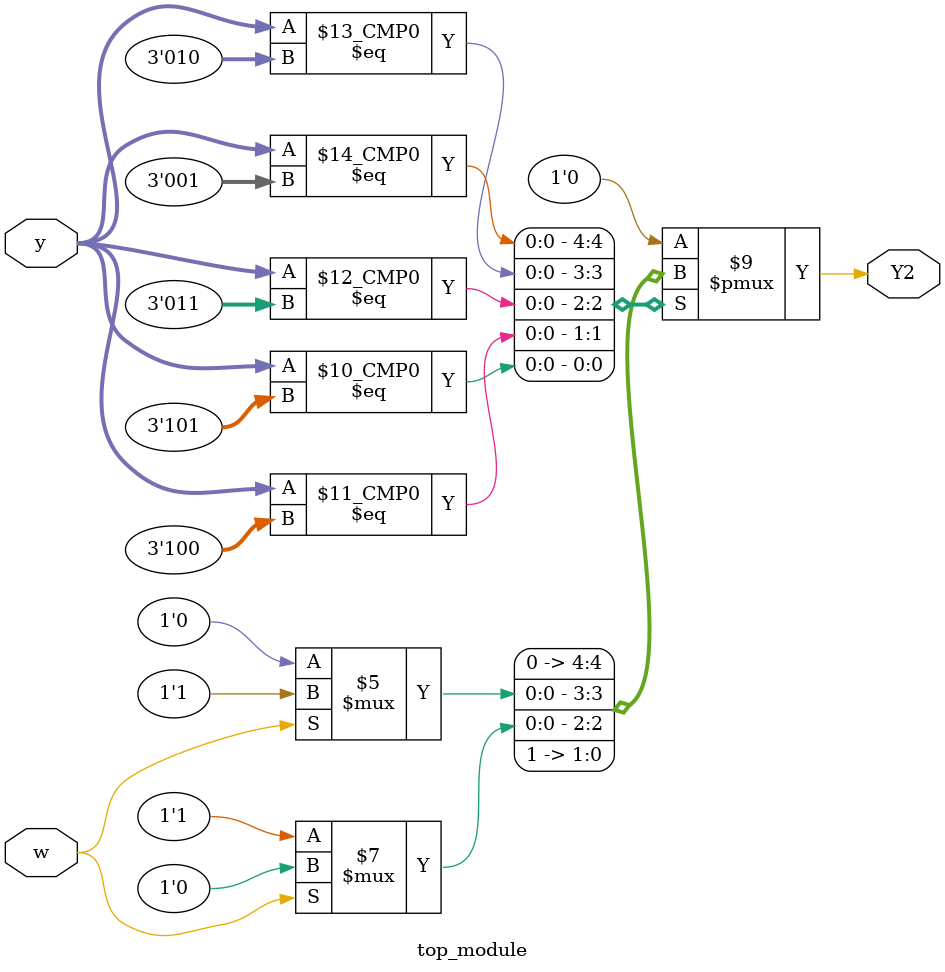
<source format=sv>
module top_module(
    input [3:1] y,
    input w,
    output reg Y2);

    // Define the states
    parameter A = 3'b000;
    parameter B = 3'b001;
    parameter C = 3'b010;
    parameter D = 3'b011;
    parameter E = 3'b100;
    parameter F = 3'b101;

    always @(*) begin
        case (y)
            A: Y2 = 1'b0;
            B: Y2 = (w == 1'b0) ? 1'b0 : 1'b0;
            C: Y2 = (w == 1'b0) ? 1'b0 : 1'b1;
            D: Y2 = (w == 1'b0) ? 1'b1 : 1'b0;
            E: Y2 = 1'b1;
            F: Y2 = 1'b1;
            default: Y2 = 1'b0; // default case should never be hit
        endcase
    end

endmodule

</source>
